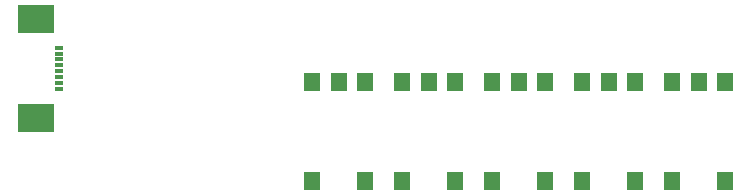
<source format=gtp>
G75*
%MOIN*%
%OFA0B0*%
%FSLAX25Y25*%
%IPPOS*%
%LPD*%
%AMOC8*
5,1,8,0,0,1.08239X$1,22.5*
%
%ADD10R,0.03150X0.01181*%
%ADD11R,0.12008X0.09449*%
%ADD12R,0.05512X0.06299*%
D10*
X0056638Y0054094D03*
X0056638Y0056063D03*
X0056638Y0058031D03*
X0056638Y0060000D03*
X0056638Y0061969D03*
X0056638Y0063937D03*
X0056638Y0065906D03*
X0056638Y0067874D03*
D11*
X0049059Y0044449D03*
X0049059Y0077520D03*
D12*
X0141142Y0056535D03*
X0150000Y0056535D03*
X0158858Y0056535D03*
X0171142Y0056535D03*
X0180000Y0056535D03*
X0188858Y0056535D03*
X0201142Y0056535D03*
X0210000Y0056535D03*
X0218858Y0056535D03*
X0231142Y0056535D03*
X0240000Y0056535D03*
X0248858Y0056535D03*
X0261142Y0056535D03*
X0270000Y0056535D03*
X0278858Y0056535D03*
X0278858Y0023465D03*
X0261142Y0023465D03*
X0248858Y0023465D03*
X0231142Y0023465D03*
X0218858Y0023465D03*
X0201142Y0023465D03*
X0188858Y0023465D03*
X0171142Y0023465D03*
X0158858Y0023465D03*
X0141142Y0023465D03*
M02*

</source>
